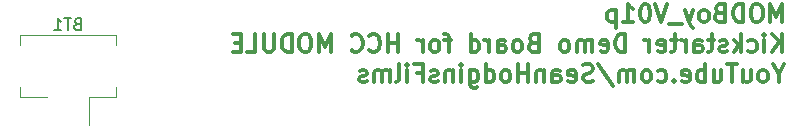
<source format=gbr>
G04 #@! TF.FileFunction,Legend,Bot*
%FSLAX46Y46*%
G04 Gerber Fmt 4.6, Leading zero omitted, Abs format (unit mm)*
G04 Created by KiCad (PCBNEW 4.0.4-stable) date 07/06/18 22:39:36*
%MOMM*%
%LPD*%
G01*
G04 APERTURE LIST*
%ADD10C,0.100000*%
%ADD11C,0.300000*%
%ADD12C,0.120000*%
%ADD13C,0.150000*%
G04 APERTURE END LIST*
D10*
D11*
X174062857Y-89478571D02*
X174062857Y-87978571D01*
X173562857Y-89050000D01*
X173062857Y-87978571D01*
X173062857Y-89478571D01*
X172062857Y-87978571D02*
X171777143Y-87978571D01*
X171634285Y-88050000D01*
X171491428Y-88192857D01*
X171420000Y-88478571D01*
X171420000Y-88978571D01*
X171491428Y-89264286D01*
X171634285Y-89407143D01*
X171777143Y-89478571D01*
X172062857Y-89478571D01*
X172205714Y-89407143D01*
X172348571Y-89264286D01*
X172420000Y-88978571D01*
X172420000Y-88478571D01*
X172348571Y-88192857D01*
X172205714Y-88050000D01*
X172062857Y-87978571D01*
X170777142Y-89478571D02*
X170777142Y-87978571D01*
X170419999Y-87978571D01*
X170205714Y-88050000D01*
X170062856Y-88192857D01*
X169991428Y-88335714D01*
X169919999Y-88621429D01*
X169919999Y-88835714D01*
X169991428Y-89121429D01*
X170062856Y-89264286D01*
X170205714Y-89407143D01*
X170419999Y-89478571D01*
X170777142Y-89478571D01*
X168777142Y-88692857D02*
X168562856Y-88764286D01*
X168491428Y-88835714D01*
X168419999Y-88978571D01*
X168419999Y-89192857D01*
X168491428Y-89335714D01*
X168562856Y-89407143D01*
X168705714Y-89478571D01*
X169277142Y-89478571D01*
X169277142Y-87978571D01*
X168777142Y-87978571D01*
X168634285Y-88050000D01*
X168562856Y-88121429D01*
X168491428Y-88264286D01*
X168491428Y-88407143D01*
X168562856Y-88550000D01*
X168634285Y-88621429D01*
X168777142Y-88692857D01*
X169277142Y-88692857D01*
X167562856Y-89478571D02*
X167705714Y-89407143D01*
X167777142Y-89335714D01*
X167848571Y-89192857D01*
X167848571Y-88764286D01*
X167777142Y-88621429D01*
X167705714Y-88550000D01*
X167562856Y-88478571D01*
X167348571Y-88478571D01*
X167205714Y-88550000D01*
X167134285Y-88621429D01*
X167062856Y-88764286D01*
X167062856Y-89192857D01*
X167134285Y-89335714D01*
X167205714Y-89407143D01*
X167348571Y-89478571D01*
X167562856Y-89478571D01*
X166562856Y-88478571D02*
X166205713Y-89478571D01*
X165848571Y-88478571D02*
X166205713Y-89478571D01*
X166348571Y-89835714D01*
X166419999Y-89907143D01*
X166562856Y-89978571D01*
X165634285Y-89621429D02*
X164491428Y-89621429D01*
X164348571Y-87978571D02*
X163848571Y-89478571D01*
X163348571Y-87978571D01*
X162562857Y-87978571D02*
X162420000Y-87978571D01*
X162277143Y-88050000D01*
X162205714Y-88121429D01*
X162134285Y-88264286D01*
X162062857Y-88550000D01*
X162062857Y-88907143D01*
X162134285Y-89192857D01*
X162205714Y-89335714D01*
X162277143Y-89407143D01*
X162420000Y-89478571D01*
X162562857Y-89478571D01*
X162705714Y-89407143D01*
X162777143Y-89335714D01*
X162848571Y-89192857D01*
X162920000Y-88907143D01*
X162920000Y-88550000D01*
X162848571Y-88264286D01*
X162777143Y-88121429D01*
X162705714Y-88050000D01*
X162562857Y-87978571D01*
X160634286Y-89478571D02*
X161491429Y-89478571D01*
X161062857Y-89478571D02*
X161062857Y-87978571D01*
X161205714Y-88192857D01*
X161348572Y-88335714D01*
X161491429Y-88407143D01*
X159991429Y-88478571D02*
X159991429Y-89978571D01*
X159991429Y-88550000D02*
X159848572Y-88478571D01*
X159562858Y-88478571D01*
X159420001Y-88550000D01*
X159348572Y-88621429D01*
X159277143Y-88764286D01*
X159277143Y-89192857D01*
X159348572Y-89335714D01*
X159420001Y-89407143D01*
X159562858Y-89478571D01*
X159848572Y-89478571D01*
X159991429Y-89407143D01*
X174062857Y-92028571D02*
X174062857Y-90528571D01*
X173205714Y-92028571D02*
X173848571Y-91171429D01*
X173205714Y-90528571D02*
X174062857Y-91385714D01*
X172562857Y-92028571D02*
X172562857Y-91028571D01*
X172562857Y-90528571D02*
X172634286Y-90600000D01*
X172562857Y-90671429D01*
X172491429Y-90600000D01*
X172562857Y-90528571D01*
X172562857Y-90671429D01*
X171205714Y-91957143D02*
X171348571Y-92028571D01*
X171634285Y-92028571D01*
X171777143Y-91957143D01*
X171848571Y-91885714D01*
X171920000Y-91742857D01*
X171920000Y-91314286D01*
X171848571Y-91171429D01*
X171777143Y-91100000D01*
X171634285Y-91028571D01*
X171348571Y-91028571D01*
X171205714Y-91100000D01*
X170562857Y-92028571D02*
X170562857Y-90528571D01*
X170420000Y-91457143D02*
X169991429Y-92028571D01*
X169991429Y-91028571D02*
X170562857Y-91600000D01*
X169420000Y-91957143D02*
X169277143Y-92028571D01*
X168991428Y-92028571D01*
X168848571Y-91957143D01*
X168777143Y-91814286D01*
X168777143Y-91742857D01*
X168848571Y-91600000D01*
X168991428Y-91528571D01*
X169205714Y-91528571D01*
X169348571Y-91457143D01*
X169420000Y-91314286D01*
X169420000Y-91242857D01*
X169348571Y-91100000D01*
X169205714Y-91028571D01*
X168991428Y-91028571D01*
X168848571Y-91100000D01*
X168348571Y-91028571D02*
X167777142Y-91028571D01*
X168134285Y-90528571D02*
X168134285Y-91814286D01*
X168062857Y-91957143D01*
X167919999Y-92028571D01*
X167777142Y-92028571D01*
X166634285Y-92028571D02*
X166634285Y-91242857D01*
X166705714Y-91100000D01*
X166848571Y-91028571D01*
X167134285Y-91028571D01*
X167277142Y-91100000D01*
X166634285Y-91957143D02*
X166777142Y-92028571D01*
X167134285Y-92028571D01*
X167277142Y-91957143D01*
X167348571Y-91814286D01*
X167348571Y-91671429D01*
X167277142Y-91528571D01*
X167134285Y-91457143D01*
X166777142Y-91457143D01*
X166634285Y-91385714D01*
X165919999Y-92028571D02*
X165919999Y-91028571D01*
X165919999Y-91314286D02*
X165848571Y-91171429D01*
X165777142Y-91100000D01*
X165634285Y-91028571D01*
X165491428Y-91028571D01*
X165205714Y-91028571D02*
X164634285Y-91028571D01*
X164991428Y-90528571D02*
X164991428Y-91814286D01*
X164920000Y-91957143D01*
X164777142Y-92028571D01*
X164634285Y-92028571D01*
X163562857Y-91957143D02*
X163705714Y-92028571D01*
X163991428Y-92028571D01*
X164134285Y-91957143D01*
X164205714Y-91814286D01*
X164205714Y-91242857D01*
X164134285Y-91100000D01*
X163991428Y-91028571D01*
X163705714Y-91028571D01*
X163562857Y-91100000D01*
X163491428Y-91242857D01*
X163491428Y-91385714D01*
X164205714Y-91528571D01*
X162848571Y-92028571D02*
X162848571Y-91028571D01*
X162848571Y-91314286D02*
X162777143Y-91171429D01*
X162705714Y-91100000D01*
X162562857Y-91028571D01*
X162420000Y-91028571D01*
X160777143Y-92028571D02*
X160777143Y-90528571D01*
X160420000Y-90528571D01*
X160205715Y-90600000D01*
X160062857Y-90742857D01*
X159991429Y-90885714D01*
X159920000Y-91171429D01*
X159920000Y-91385714D01*
X159991429Y-91671429D01*
X160062857Y-91814286D01*
X160205715Y-91957143D01*
X160420000Y-92028571D01*
X160777143Y-92028571D01*
X158705715Y-91957143D02*
X158848572Y-92028571D01*
X159134286Y-92028571D01*
X159277143Y-91957143D01*
X159348572Y-91814286D01*
X159348572Y-91242857D01*
X159277143Y-91100000D01*
X159134286Y-91028571D01*
X158848572Y-91028571D01*
X158705715Y-91100000D01*
X158634286Y-91242857D01*
X158634286Y-91385714D01*
X159348572Y-91528571D01*
X157991429Y-92028571D02*
X157991429Y-91028571D01*
X157991429Y-91171429D02*
X157920001Y-91100000D01*
X157777143Y-91028571D01*
X157562858Y-91028571D01*
X157420001Y-91100000D01*
X157348572Y-91242857D01*
X157348572Y-92028571D01*
X157348572Y-91242857D02*
X157277143Y-91100000D01*
X157134286Y-91028571D01*
X156920001Y-91028571D01*
X156777143Y-91100000D01*
X156705715Y-91242857D01*
X156705715Y-92028571D01*
X155777143Y-92028571D02*
X155920001Y-91957143D01*
X155991429Y-91885714D01*
X156062858Y-91742857D01*
X156062858Y-91314286D01*
X155991429Y-91171429D01*
X155920001Y-91100000D01*
X155777143Y-91028571D01*
X155562858Y-91028571D01*
X155420001Y-91100000D01*
X155348572Y-91171429D01*
X155277143Y-91314286D01*
X155277143Y-91742857D01*
X155348572Y-91885714D01*
X155420001Y-91957143D01*
X155562858Y-92028571D01*
X155777143Y-92028571D01*
X152991429Y-91242857D02*
X152777143Y-91314286D01*
X152705715Y-91385714D01*
X152634286Y-91528571D01*
X152634286Y-91742857D01*
X152705715Y-91885714D01*
X152777143Y-91957143D01*
X152920001Y-92028571D01*
X153491429Y-92028571D01*
X153491429Y-90528571D01*
X152991429Y-90528571D01*
X152848572Y-90600000D01*
X152777143Y-90671429D01*
X152705715Y-90814286D01*
X152705715Y-90957143D01*
X152777143Y-91100000D01*
X152848572Y-91171429D01*
X152991429Y-91242857D01*
X153491429Y-91242857D01*
X151777143Y-92028571D02*
X151920001Y-91957143D01*
X151991429Y-91885714D01*
X152062858Y-91742857D01*
X152062858Y-91314286D01*
X151991429Y-91171429D01*
X151920001Y-91100000D01*
X151777143Y-91028571D01*
X151562858Y-91028571D01*
X151420001Y-91100000D01*
X151348572Y-91171429D01*
X151277143Y-91314286D01*
X151277143Y-91742857D01*
X151348572Y-91885714D01*
X151420001Y-91957143D01*
X151562858Y-92028571D01*
X151777143Y-92028571D01*
X149991429Y-92028571D02*
X149991429Y-91242857D01*
X150062858Y-91100000D01*
X150205715Y-91028571D01*
X150491429Y-91028571D01*
X150634286Y-91100000D01*
X149991429Y-91957143D02*
X150134286Y-92028571D01*
X150491429Y-92028571D01*
X150634286Y-91957143D01*
X150705715Y-91814286D01*
X150705715Y-91671429D01*
X150634286Y-91528571D01*
X150491429Y-91457143D01*
X150134286Y-91457143D01*
X149991429Y-91385714D01*
X149277143Y-92028571D02*
X149277143Y-91028571D01*
X149277143Y-91314286D02*
X149205715Y-91171429D01*
X149134286Y-91100000D01*
X148991429Y-91028571D01*
X148848572Y-91028571D01*
X147705715Y-92028571D02*
X147705715Y-90528571D01*
X147705715Y-91957143D02*
X147848572Y-92028571D01*
X148134286Y-92028571D01*
X148277144Y-91957143D01*
X148348572Y-91885714D01*
X148420001Y-91742857D01*
X148420001Y-91314286D01*
X148348572Y-91171429D01*
X148277144Y-91100000D01*
X148134286Y-91028571D01*
X147848572Y-91028571D01*
X147705715Y-91100000D01*
X146062858Y-91028571D02*
X145491429Y-91028571D01*
X145848572Y-92028571D02*
X145848572Y-90742857D01*
X145777144Y-90600000D01*
X145634286Y-90528571D01*
X145491429Y-90528571D01*
X144777143Y-92028571D02*
X144920001Y-91957143D01*
X144991429Y-91885714D01*
X145062858Y-91742857D01*
X145062858Y-91314286D01*
X144991429Y-91171429D01*
X144920001Y-91100000D01*
X144777143Y-91028571D01*
X144562858Y-91028571D01*
X144420001Y-91100000D01*
X144348572Y-91171429D01*
X144277143Y-91314286D01*
X144277143Y-91742857D01*
X144348572Y-91885714D01*
X144420001Y-91957143D01*
X144562858Y-92028571D01*
X144777143Y-92028571D01*
X143634286Y-92028571D02*
X143634286Y-91028571D01*
X143634286Y-91314286D02*
X143562858Y-91171429D01*
X143491429Y-91100000D01*
X143348572Y-91028571D01*
X143205715Y-91028571D01*
X141562858Y-92028571D02*
X141562858Y-90528571D01*
X141562858Y-91242857D02*
X140705715Y-91242857D01*
X140705715Y-92028571D02*
X140705715Y-90528571D01*
X139134286Y-91885714D02*
X139205715Y-91957143D01*
X139420001Y-92028571D01*
X139562858Y-92028571D01*
X139777143Y-91957143D01*
X139920001Y-91814286D01*
X139991429Y-91671429D01*
X140062858Y-91385714D01*
X140062858Y-91171429D01*
X139991429Y-90885714D01*
X139920001Y-90742857D01*
X139777143Y-90600000D01*
X139562858Y-90528571D01*
X139420001Y-90528571D01*
X139205715Y-90600000D01*
X139134286Y-90671429D01*
X137634286Y-91885714D02*
X137705715Y-91957143D01*
X137920001Y-92028571D01*
X138062858Y-92028571D01*
X138277143Y-91957143D01*
X138420001Y-91814286D01*
X138491429Y-91671429D01*
X138562858Y-91385714D01*
X138562858Y-91171429D01*
X138491429Y-90885714D01*
X138420001Y-90742857D01*
X138277143Y-90600000D01*
X138062858Y-90528571D01*
X137920001Y-90528571D01*
X137705715Y-90600000D01*
X137634286Y-90671429D01*
X135848572Y-92028571D02*
X135848572Y-90528571D01*
X135348572Y-91600000D01*
X134848572Y-90528571D01*
X134848572Y-92028571D01*
X133848572Y-90528571D02*
X133562858Y-90528571D01*
X133420000Y-90600000D01*
X133277143Y-90742857D01*
X133205715Y-91028571D01*
X133205715Y-91528571D01*
X133277143Y-91814286D01*
X133420000Y-91957143D01*
X133562858Y-92028571D01*
X133848572Y-92028571D01*
X133991429Y-91957143D01*
X134134286Y-91814286D01*
X134205715Y-91528571D01*
X134205715Y-91028571D01*
X134134286Y-90742857D01*
X133991429Y-90600000D01*
X133848572Y-90528571D01*
X132562857Y-92028571D02*
X132562857Y-90528571D01*
X132205714Y-90528571D01*
X131991429Y-90600000D01*
X131848571Y-90742857D01*
X131777143Y-90885714D01*
X131705714Y-91171429D01*
X131705714Y-91385714D01*
X131777143Y-91671429D01*
X131848571Y-91814286D01*
X131991429Y-91957143D01*
X132205714Y-92028571D01*
X132562857Y-92028571D01*
X131062857Y-90528571D02*
X131062857Y-91742857D01*
X130991429Y-91885714D01*
X130920000Y-91957143D01*
X130777143Y-92028571D01*
X130491429Y-92028571D01*
X130348571Y-91957143D01*
X130277143Y-91885714D01*
X130205714Y-91742857D01*
X130205714Y-90528571D01*
X128777142Y-92028571D02*
X129491428Y-92028571D01*
X129491428Y-90528571D01*
X128277142Y-91242857D02*
X127777142Y-91242857D01*
X127562856Y-92028571D02*
X128277142Y-92028571D01*
X128277142Y-90528571D01*
X127562856Y-90528571D01*
X173777143Y-93864286D02*
X173777143Y-94578571D01*
X174277143Y-93078571D02*
X173777143Y-93864286D01*
X173277143Y-93078571D01*
X172562857Y-94578571D02*
X172705715Y-94507143D01*
X172777143Y-94435714D01*
X172848572Y-94292857D01*
X172848572Y-93864286D01*
X172777143Y-93721429D01*
X172705715Y-93650000D01*
X172562857Y-93578571D01*
X172348572Y-93578571D01*
X172205715Y-93650000D01*
X172134286Y-93721429D01*
X172062857Y-93864286D01*
X172062857Y-94292857D01*
X172134286Y-94435714D01*
X172205715Y-94507143D01*
X172348572Y-94578571D01*
X172562857Y-94578571D01*
X170777143Y-93578571D02*
X170777143Y-94578571D01*
X171420000Y-93578571D02*
X171420000Y-94364286D01*
X171348572Y-94507143D01*
X171205714Y-94578571D01*
X170991429Y-94578571D01*
X170848572Y-94507143D01*
X170777143Y-94435714D01*
X170277143Y-93078571D02*
X169420000Y-93078571D01*
X169848571Y-94578571D02*
X169848571Y-93078571D01*
X168277143Y-93578571D02*
X168277143Y-94578571D01*
X168920000Y-93578571D02*
X168920000Y-94364286D01*
X168848572Y-94507143D01*
X168705714Y-94578571D01*
X168491429Y-94578571D01*
X168348572Y-94507143D01*
X168277143Y-94435714D01*
X167562857Y-94578571D02*
X167562857Y-93078571D01*
X167562857Y-93650000D02*
X167420000Y-93578571D01*
X167134286Y-93578571D01*
X166991429Y-93650000D01*
X166920000Y-93721429D01*
X166848571Y-93864286D01*
X166848571Y-94292857D01*
X166920000Y-94435714D01*
X166991429Y-94507143D01*
X167134286Y-94578571D01*
X167420000Y-94578571D01*
X167562857Y-94507143D01*
X165634286Y-94507143D02*
X165777143Y-94578571D01*
X166062857Y-94578571D01*
X166205714Y-94507143D01*
X166277143Y-94364286D01*
X166277143Y-93792857D01*
X166205714Y-93650000D01*
X166062857Y-93578571D01*
X165777143Y-93578571D01*
X165634286Y-93650000D01*
X165562857Y-93792857D01*
X165562857Y-93935714D01*
X166277143Y-94078571D01*
X164920000Y-94435714D02*
X164848572Y-94507143D01*
X164920000Y-94578571D01*
X164991429Y-94507143D01*
X164920000Y-94435714D01*
X164920000Y-94578571D01*
X163562857Y-94507143D02*
X163705714Y-94578571D01*
X163991428Y-94578571D01*
X164134286Y-94507143D01*
X164205714Y-94435714D01*
X164277143Y-94292857D01*
X164277143Y-93864286D01*
X164205714Y-93721429D01*
X164134286Y-93650000D01*
X163991428Y-93578571D01*
X163705714Y-93578571D01*
X163562857Y-93650000D01*
X162705714Y-94578571D02*
X162848572Y-94507143D01*
X162920000Y-94435714D01*
X162991429Y-94292857D01*
X162991429Y-93864286D01*
X162920000Y-93721429D01*
X162848572Y-93650000D01*
X162705714Y-93578571D01*
X162491429Y-93578571D01*
X162348572Y-93650000D01*
X162277143Y-93721429D01*
X162205714Y-93864286D01*
X162205714Y-94292857D01*
X162277143Y-94435714D01*
X162348572Y-94507143D01*
X162491429Y-94578571D01*
X162705714Y-94578571D01*
X161562857Y-94578571D02*
X161562857Y-93578571D01*
X161562857Y-93721429D02*
X161491429Y-93650000D01*
X161348571Y-93578571D01*
X161134286Y-93578571D01*
X160991429Y-93650000D01*
X160920000Y-93792857D01*
X160920000Y-94578571D01*
X160920000Y-93792857D02*
X160848571Y-93650000D01*
X160705714Y-93578571D01*
X160491429Y-93578571D01*
X160348571Y-93650000D01*
X160277143Y-93792857D01*
X160277143Y-94578571D01*
X158491429Y-93007143D02*
X159777143Y-94935714D01*
X158062857Y-94507143D02*
X157848571Y-94578571D01*
X157491428Y-94578571D01*
X157348571Y-94507143D01*
X157277142Y-94435714D01*
X157205714Y-94292857D01*
X157205714Y-94150000D01*
X157277142Y-94007143D01*
X157348571Y-93935714D01*
X157491428Y-93864286D01*
X157777142Y-93792857D01*
X157920000Y-93721429D01*
X157991428Y-93650000D01*
X158062857Y-93507143D01*
X158062857Y-93364286D01*
X157991428Y-93221429D01*
X157920000Y-93150000D01*
X157777142Y-93078571D01*
X157420000Y-93078571D01*
X157205714Y-93150000D01*
X155991429Y-94507143D02*
X156134286Y-94578571D01*
X156420000Y-94578571D01*
X156562857Y-94507143D01*
X156634286Y-94364286D01*
X156634286Y-93792857D01*
X156562857Y-93650000D01*
X156420000Y-93578571D01*
X156134286Y-93578571D01*
X155991429Y-93650000D01*
X155920000Y-93792857D01*
X155920000Y-93935714D01*
X156634286Y-94078571D01*
X154634286Y-94578571D02*
X154634286Y-93792857D01*
X154705715Y-93650000D01*
X154848572Y-93578571D01*
X155134286Y-93578571D01*
X155277143Y-93650000D01*
X154634286Y-94507143D02*
X154777143Y-94578571D01*
X155134286Y-94578571D01*
X155277143Y-94507143D01*
X155348572Y-94364286D01*
X155348572Y-94221429D01*
X155277143Y-94078571D01*
X155134286Y-94007143D01*
X154777143Y-94007143D01*
X154634286Y-93935714D01*
X153920000Y-93578571D02*
X153920000Y-94578571D01*
X153920000Y-93721429D02*
X153848572Y-93650000D01*
X153705714Y-93578571D01*
X153491429Y-93578571D01*
X153348572Y-93650000D01*
X153277143Y-93792857D01*
X153277143Y-94578571D01*
X152562857Y-94578571D02*
X152562857Y-93078571D01*
X152562857Y-93792857D02*
X151705714Y-93792857D01*
X151705714Y-94578571D02*
X151705714Y-93078571D01*
X150777142Y-94578571D02*
X150920000Y-94507143D01*
X150991428Y-94435714D01*
X151062857Y-94292857D01*
X151062857Y-93864286D01*
X150991428Y-93721429D01*
X150920000Y-93650000D01*
X150777142Y-93578571D01*
X150562857Y-93578571D01*
X150420000Y-93650000D01*
X150348571Y-93721429D01*
X150277142Y-93864286D01*
X150277142Y-94292857D01*
X150348571Y-94435714D01*
X150420000Y-94507143D01*
X150562857Y-94578571D01*
X150777142Y-94578571D01*
X148991428Y-94578571D02*
X148991428Y-93078571D01*
X148991428Y-94507143D02*
X149134285Y-94578571D01*
X149419999Y-94578571D01*
X149562857Y-94507143D01*
X149634285Y-94435714D01*
X149705714Y-94292857D01*
X149705714Y-93864286D01*
X149634285Y-93721429D01*
X149562857Y-93650000D01*
X149419999Y-93578571D01*
X149134285Y-93578571D01*
X148991428Y-93650000D01*
X147634285Y-93578571D02*
X147634285Y-94792857D01*
X147705714Y-94935714D01*
X147777142Y-95007143D01*
X147919999Y-95078571D01*
X148134285Y-95078571D01*
X148277142Y-95007143D01*
X147634285Y-94507143D02*
X147777142Y-94578571D01*
X148062856Y-94578571D01*
X148205714Y-94507143D01*
X148277142Y-94435714D01*
X148348571Y-94292857D01*
X148348571Y-93864286D01*
X148277142Y-93721429D01*
X148205714Y-93650000D01*
X148062856Y-93578571D01*
X147777142Y-93578571D01*
X147634285Y-93650000D01*
X146919999Y-94578571D02*
X146919999Y-93578571D01*
X146919999Y-93078571D02*
X146991428Y-93150000D01*
X146919999Y-93221429D01*
X146848571Y-93150000D01*
X146919999Y-93078571D01*
X146919999Y-93221429D01*
X146205713Y-93578571D02*
X146205713Y-94578571D01*
X146205713Y-93721429D02*
X146134285Y-93650000D01*
X145991427Y-93578571D01*
X145777142Y-93578571D01*
X145634285Y-93650000D01*
X145562856Y-93792857D01*
X145562856Y-94578571D01*
X144919999Y-94507143D02*
X144777142Y-94578571D01*
X144491427Y-94578571D01*
X144348570Y-94507143D01*
X144277142Y-94364286D01*
X144277142Y-94292857D01*
X144348570Y-94150000D01*
X144491427Y-94078571D01*
X144705713Y-94078571D01*
X144848570Y-94007143D01*
X144919999Y-93864286D01*
X144919999Y-93792857D01*
X144848570Y-93650000D01*
X144705713Y-93578571D01*
X144491427Y-93578571D01*
X144348570Y-93650000D01*
X143134284Y-93792857D02*
X143634284Y-93792857D01*
X143634284Y-94578571D02*
X143634284Y-93078571D01*
X142919998Y-93078571D01*
X142348570Y-94578571D02*
X142348570Y-93578571D01*
X142348570Y-93078571D02*
X142419999Y-93150000D01*
X142348570Y-93221429D01*
X142277142Y-93150000D01*
X142348570Y-93078571D01*
X142348570Y-93221429D01*
X141419998Y-94578571D02*
X141562856Y-94507143D01*
X141634284Y-94364286D01*
X141634284Y-93078571D01*
X140848570Y-94578571D02*
X140848570Y-93578571D01*
X140848570Y-93721429D02*
X140777142Y-93650000D01*
X140634284Y-93578571D01*
X140419999Y-93578571D01*
X140277142Y-93650000D01*
X140205713Y-93792857D01*
X140205713Y-94578571D01*
X140205713Y-93792857D02*
X140134284Y-93650000D01*
X139991427Y-93578571D01*
X139777142Y-93578571D01*
X139634284Y-93650000D01*
X139562856Y-93792857D01*
X139562856Y-94578571D01*
X138919999Y-94507143D02*
X138777142Y-94578571D01*
X138491427Y-94578571D01*
X138348570Y-94507143D01*
X138277142Y-94364286D01*
X138277142Y-94292857D01*
X138348570Y-94150000D01*
X138491427Y-94078571D01*
X138705713Y-94078571D01*
X138848570Y-94007143D01*
X138919999Y-93864286D01*
X138919999Y-93792857D01*
X138848570Y-93650000D01*
X138705713Y-93578571D01*
X138491427Y-93578571D01*
X138348570Y-93650000D01*
D12*
X117695000Y-91450000D02*
X117695000Y-90625000D01*
X117695000Y-90625000D02*
X109545000Y-90625000D01*
X109545000Y-90625000D02*
X109545000Y-91450000D01*
X117695000Y-95000000D02*
X117695000Y-95825000D01*
X117695000Y-95825000D02*
X115395000Y-95825000D01*
X109545000Y-95000000D02*
X109545000Y-95825000D01*
X109545000Y-95825000D02*
X111845000Y-95825000D01*
X115395000Y-95825000D02*
X115395000Y-98225000D01*
D13*
X114405714Y-89653571D02*
X114262857Y-89701190D01*
X114215238Y-89748810D01*
X114167619Y-89844048D01*
X114167619Y-89986905D01*
X114215238Y-90082143D01*
X114262857Y-90129762D01*
X114358095Y-90177381D01*
X114739048Y-90177381D01*
X114739048Y-89177381D01*
X114405714Y-89177381D01*
X114310476Y-89225000D01*
X114262857Y-89272619D01*
X114215238Y-89367857D01*
X114215238Y-89463095D01*
X114262857Y-89558333D01*
X114310476Y-89605952D01*
X114405714Y-89653571D01*
X114739048Y-89653571D01*
X113881905Y-89177381D02*
X113310476Y-89177381D01*
X113596191Y-90177381D02*
X113596191Y-89177381D01*
X112453333Y-90177381D02*
X113024762Y-90177381D01*
X112739048Y-90177381D02*
X112739048Y-89177381D01*
X112834286Y-89320238D01*
X112929524Y-89415476D01*
X113024762Y-89463095D01*
M02*

</source>
